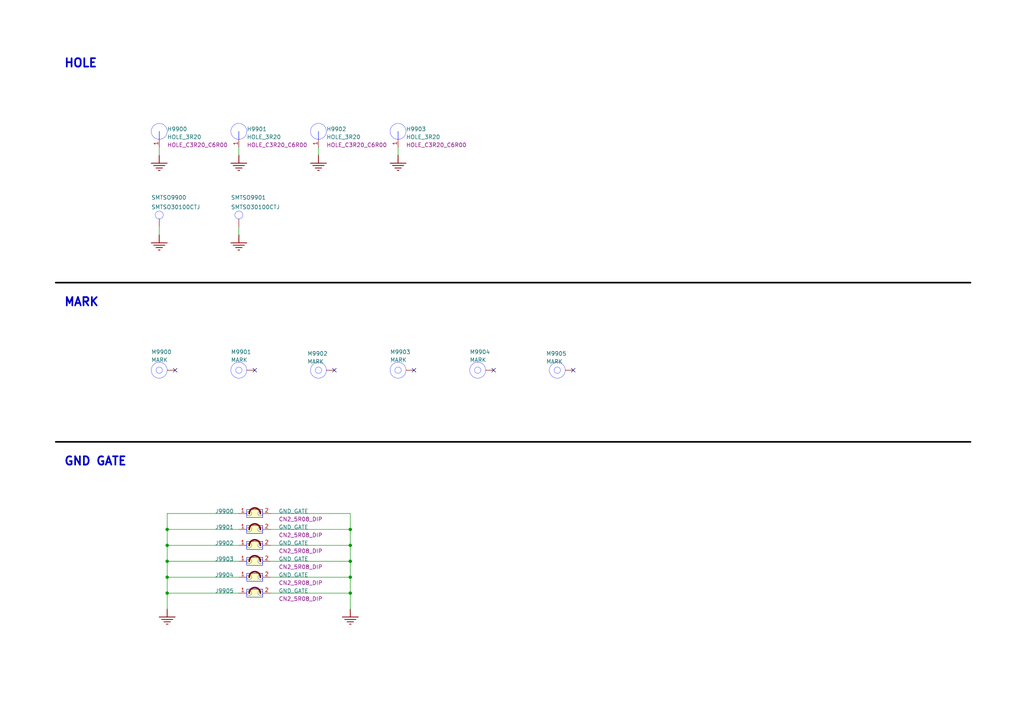
<source format=kicad_sch>
(kicad_sch (version 20250114) (generator "eeschema") (generator_version "9.0")
  (paper "User" 326.7 231)
  (lib_symbols
    (symbol "*:root_0_GND_GATE_*" (pin_names (hide yes))
      (symbol "root_0_GND_GATE_*_1_0"
        (circle (center 0.762 -2.54) (radius 0.762) (stroke (width 0.0254) (color 0 11 255 1)))
        (arc (start 0.762 -2.54) (mid 2.54 -0.762) (end 4.318 -2.54) (stroke (width 0.508)))
        (circle (center 4.318 -2.54) (radius 0.762) (stroke (width 0.0254) (color 0 11 255 1)))
        (rectangle (start 5.08 -1.27) (end 0 -3.81) (stroke (width 0) (color 0 11 255 1)) (fill (type background)))
        (pin passive line (at -2.54 -2.54 0) (length 2.54) (name "1") (number "1"))
        (pin passive line (at 7.62 -2.54 180) (length 2.54) (name "2") (number "2"))
      )
    )
    (symbol "*:root_0_Hole_*" (pin_names (hide yes))
      (symbol "root_0_Hole_*_1_0"
        (polyline (pts (xy 2.54 -2.54) (xy 2.54 -5.08)) (stroke (width 0) (color 0 11 255 1)))
        (circle (center 2.54 -2.54) (radius 2.54) (stroke (width 0.0254) (color 0 11 255 1)))
        (pin passive line (at 2.54 -7.62 90) (length 2.54) (name "1") (number "1"))
      )
    )
    (symbol "*:root_0_SMTSO_*" (pin_numbers (hide yes)) (pin_names (hide yes))
      (symbol "root_0_SMTSO_*_1_0"
        (circle (center 2.54 -1.27) (radius 1.27) (stroke (width 0.0254) (color 0 11 255 1)))
        (pin passive line (at 2.54 -5.08 90) (length 2.54) (name "1") (number "1"))
      )
    )
    (symbol "*:root_1_MARK_*" (pin_numbers (hide yes)) (pin_names (hide yes))
      (symbol "root_1_MARK_*_1_0"
        (circle (center 2.54 2.54) (radius 1.016) (stroke (width 0.0254) (color 0 11 255 1)))
        (circle (center 2.54 2.54) (radius 2.54) (stroke (width 0.0254) (color 0 11 255 1)))
        (pin passive line (at 7.62 2.54 180) (length 2.54) (name "1") (number "1"))
      )
    )
    (symbol "RV1106G_EVB1_V11_20220401LX-altium-import:GND_POWER_GROUND" (power)
      (property "Value" "GND" (at 0 -6.35 0))
      (symbol "GND_POWER_GROUND_0_0"
        (polyline (pts (xy -2.54 -2.54) (xy 2.54 -2.54)) (stroke (width 0.254)))
        (polyline (pts (xy -1.778 -3.302) (xy 1.778 -3.302)) (stroke (width 0.254)))
        (polyline (pts (xy -1.016 -4.064) (xy 1.016 -4.064)) (stroke (width 0.254)))
        (polyline (pts (xy -0.254 -4.826) (xy 0.254 -4.826)) (stroke (width 0.254)))
        (polyline (pts (xy 0 0) (xy 0 -2.54)) (stroke (width 0.254)))
        (pin power_in line (at 0 0 0) (length 0) (hide yes) (name "GND") (number ""))
      )
    )
  )
  (text "GND GATE" (at 20.32 148.844 0) (effects (font (size 2.667 2.667) (thickness 0.5334) (bold yes)) (justify left bottom)))
  (text "HOLE" (at 20.32 21.844 0) (effects (font (size 2.667 2.667) (thickness 0.5334) (bold yes)) (justify left bottom)))
  (text "MARK" (at 20.32 98.044 0) (effects (font (size 2.667 2.667) (thickness 0.5334) (bold yes)) (justify left bottom)))
  (junction (at 111.76 184.15))
  (junction (at 53.34 179.07))
  (junction (at 53.34 184.15))
  (junction (at 111.76 189.23))
  (junction (at 53.34 173.99))
  (junction (at 111.76 179.07))
  (junction (at 53.34 168.91))
  (junction (at 111.76 168.91))
  (junction (at 111.76 173.99))
  (junction (at 53.34 189.23))
  (no_connect (at 132.08 118.11))
  (no_connect (at 106.68 118.11))
  (no_connect (at 81.28 118.11))
  (no_connect (at 55.88 118.11))
  (no_connect (at 182.88 118.11))
  (no_connect (at 157.48 118.11))
  (wire (pts (xy 53.34 173.99) (xy 53.34 179.07)))
  (wire (pts (xy 127 49.53) (xy 127 46.99)))
  (wire (pts (xy 53.34 168.91) (xy 53.34 173.99)))
  (wire (pts (xy 76.2 163.83) (xy 53.34 163.83)))
  (wire (pts (xy 86.36 184.15) (xy 111.76 184.15)))
  (wire (pts (xy 111.76 173.99) (xy 111.76 168.91)))
  (wire (pts (xy 53.34 163.83) (xy 53.34 168.91)))
  (polyline (pts (xy 17.78 140.97) (xy 309.626 140.97)) (stroke (width 0.508) (type solid) (color 0 0 0 1)))
  (wire (pts (xy 86.36 179.07) (xy 111.76 179.07)))
  (wire (pts (xy 111.76 189.23) (xy 86.36 189.23)))
  (wire (pts (xy 76.2 189.23) (xy 53.34 189.23)))
  (wire (pts (xy 53.34 194.31) (xy 53.34 189.23)))
  (wire (pts (xy 111.76 179.07) (xy 111.76 173.99)))
  (wire (pts (xy 111.76 163.83) (xy 86.36 163.83)))
  (wire (pts (xy 53.34 189.23) (xy 53.34 184.15)))
  (wire (pts (xy 50.8 74.93) (xy 50.8 72.39)))
  (wire (pts (xy 111.76 184.15) (xy 111.76 189.23)))
  (polyline (pts (xy 17.78 90.17) (xy 309.626 90.17)) (stroke (width 0.508) (type solid) (color 0 0 0 1)))
  (wire (pts (xy 53.34 184.15) (xy 53.34 179.07)))
  (wire (pts (xy 86.36 168.91) (xy 111.76 168.91)))
  (wire (pts (xy 53.34 179.07) (xy 76.2 179.07)))
  (wire (pts (xy 111.76 168.91) (xy 111.76 163.83)))
  (wire (pts (xy 76.2 49.53) (xy 76.2 46.99)))
  (wire (pts (xy 50.8 49.53) (xy 50.8 46.99)))
  (wire (pts (xy 76.2 168.91) (xy 53.34 168.91)))
  (wire (pts (xy 101.6 49.53) (xy 101.6 46.99)))
  (wire (pts (xy 111.76 173.99) (xy 86.36 173.99)))
  (wire (pts (xy 111.76 184.15) (xy 111.76 179.07)))
  (wire (pts (xy 76.2 184.15) (xy 53.34 184.15)))
  (wire (pts (xy 76.2 173.99) (xy 53.34 173.99)))
  (wire (pts (xy 76.2 74.93) (xy 76.2 72.39)))
  (wire (pts (xy 111.76 194.31) (xy 111.76 189.23)))
  (symbol (lib_id "*:root_0_Hole_*") (at 73.66 39.37 0) (unit 1)
    (property "Reference" "H9901" (at 78.74 41.91 0) (effects (justify left bottom)))
    (property "Value" "HOLE_3R20" (at 78.74 44.45 0) (effects (justify left bottom)))
    (property "Footprint" "H3.8MM" (effects (hide yes)))
    (property "Description" "直径3.2mm螺丝孔,无铜柱" (effects (hide yes)))
    (property "PCB FOOTPRINT" "HOLE_C3R20_C6R00" (at 78.74 46.99 0) (effects (justify left bottom)))
    (property "RK PN" "HOLE_3R20" (effects (hide yes)))
    (property "PRIORITY" "A" (effects (hide yes)))
    (property "PART TYPE" "HOLE" (effects (hide yes)))
    (property "CREATED BY" "YWQ" (effects (hide yes)))
  )
  (symbol (lib_id "RV1106G_EVB1_V11_20220401LX-altium-import:GND_POWER_GROUND") (at 76.2 74.93 0) (unit 1)
    (property "Reference" "#PWR?" (effects (hide yes)))
    (property "Value" "GND" (effects (hide yes)))
  )
  (symbol (lib_id "*:root_1_MARK_*") (at 73.66 120.65 0) (unit 1)
    (property "Reference" "M9901" (at 73.66 113.03 0) (effects (justify left bottom)))
    (property "Value" "MARK" (at 73.66 115.57 0) (effects (justify left bottom)))
    (property "Footprint" "MARK" (effects (hide yes)))
    (property "Description" "MARK Symble" (effects (hide yes)))
    (property "PCB FOOTPRINT" "MARK" (effects (hide yes)))
    (property "RK PN" "MARK01" (effects (hide yes)))
    (property "PRIORITY" "A" (effects (hide yes)))
    (property "PART TYPE" "MARK" (effects (hide yes)))
    (property "CREATED BY" "JJJ" (effects (hide yes)))
  )
  (symbol (lib_id "*:root_0_SMTSO_*") (at 48.26 67.31 0) (unit 1)
    (property "Reference" "SMTSO9900" (at 48.26 63.754 0) (effects (justify left bottom)))
    (property "Value" "SMTSO30100CTJ" (at 48.26 66.802 0) (effects (justify left bottom)))
    (property "Footprint" "TEST" (effects (hide yes)))
    (property "Description" "焊接螺母M3,高度10mm；" (effects (hide yes)))
    (property "PCB FOOTPRINT" "SMTSO_M3_C4R1_C6R0_L10R0" (effects (hide yes)))
    (property "RK PN" "SMTSO30100CTJ" (effects (hide yes)))
    (property "PRIORITY" "A" (effects (hide yes)))
    (property "PART TYPE" "SMTSO" (effects (hide yes)))
    (property "CREATED BY" "JJJ" (effects (hide yes)))
  )
  (symbol (lib_id "*:root_0_GND_GATE_*") (at 78.74 181.61 0) (unit 1)
    (property "Reference" "J9904" (at 68.58 184.15 0) (effects (justify left bottom)))
    (property "Value" "GND_GATE" (at 88.9 184.15 0) (effects (justify left bottom)))
    (property "Footprint" "2PIN-2.54" (effects (hide yes)))
    (property "Description" "地门，2PIN（间距5.08mm）插件门型针" (effects (hide yes)))
    (property "PCB FOOTPRINT" "CN2_5R08_DIP" (at 88.9 186.69 0) (effects (justify left bottom)))
    (property "RK PN" "EM-003255" (effects (hide yes)))
    (property "PRIORITY" "A" (effects (hide yes)))
    (property "PART TYPE" "GND_GATE" (effects (hide yes)))
    (property "MANUFACTURER" "旺科达" (effects (hide yes)))
    (property "MANUFACTURER PART NUMBER" "EM-003255" (effects (hide yes)))
    (property "CREATED BY" "JJJ" (effects (hide yes)))
  )
  (symbol (lib_id "*:root_0_Hole_*") (at 48.26 39.37 0) (unit 1)
    (property "Reference" "H9900" (at 53.34 41.91 0) (effects (justify left bottom)))
    (property "Value" "HOLE_3R20" (at 53.34 44.45 0) (effects (justify left bottom)))
    (property "Footprint" "H3.8MM" (effects (hide yes)))
    (property "Description" "直径3.2mm螺丝孔,无铜柱" (effects (hide yes)))
    (property "PCB FOOTPRINT" "HOLE_C3R20_C6R00" (at 53.34 46.99 0) (effects (justify left bottom)))
    (property "CREATED BY" "YWQ" (effects (hide yes)))
    (property "PART TYPE" "HOLE" (effects (hide yes)))
    (property "PRIORITY" "A" (effects (hide yes)))
    (property "RK PN" "HOLE_3R20" (effects (hide yes)))
  )
  (symbol (lib_id "*:root_0_GND_GATE_*") (at 78.74 176.53 0) (unit 1)
    (property "Reference" "J9903" (at 68.58 179.07 0) (effects (justify left bottom)))
    (property "Value" "GND_GATE" (at 88.9 179.07 0) (effects (justify left bottom)))
    (property "Footprint" "2PIN-2.54" (effects (hide yes)))
    (property "Description" "地门，2PIN（间距5.08mm）插件门型针" (effects (hide yes)))
    (property "PCB FOOTPRINT" "CN2_5R08_DIP" (at 88.9 181.61 0) (effects (justify left bottom)))
    (property "RK PN" "EM-003255" (effects (hide yes)))
    (property "PRIORITY" "A" (effects (hide yes)))
    (property "PART TYPE" "GND_GATE" (effects (hide yes)))
    (property "MANUFACTURER" "旺科达" (effects (hide yes)))
    (property "MANUFACTURER PART NUMBER" "EM-003255" (effects (hide yes)))
    (property "CREATED BY" "JJJ" (effects (hide yes)))
  )
  (symbol (lib_id "RV1106G_EVB1_V11_20220401LX-altium-import:GND_POWER_GROUND") (at 53.34 194.31 0) (unit 1)
    (property "Reference" "#PWR?" (effects (hide yes)))
    (property "Value" "GND" (effects (hide yes)))
  )
  (symbol (lib_id "*:root_1_MARK_*") (at 99.06 120.65 0) (unit 1)
    (property "Reference" "M9902" (at 98.044 113.538 0) (effects (justify left bottom)))
    (property "Value" "MARK" (at 98.044 116.078 0) (effects (justify left bottom)))
    (property "Footprint" "MARK" (effects (hide yes)))
    (property "Description" "MARK Symble" (effects (hide yes)))
    (property "PCB FOOTPRINT" "MARK" (effects (hide yes)))
    (property "RK PN" "MARK01" (effects (hide yes)))
    (property "PRIORITY" "A" (effects (hide yes)))
    (property "PART TYPE" "MARK" (effects (hide yes)))
    (property "CREATED BY" "JJJ" (effects (hide yes)))
  )
  (symbol (lib_id "RV1106G_EVB1_V11_20220401LX-altium-import:GND_POWER_GROUND") (at 50.8 74.93 0) (unit 1)
    (property "Reference" "#PWR?" (effects (hide yes)))
    (property "Value" "GND" (effects (hide yes)))
  )
  (symbol (lib_id "RV1106G_EVB1_V11_20220401LX-altium-import:GND_POWER_GROUND") (at 127 49.53 0) (unit 1)
    (property "Reference" "#PWR?" (effects (hide yes)))
    (property "Value" "GND" (effects (hide yes)))
  )
  (symbol (lib_id "*:root_1_MARK_*") (at 175.26 120.65 0) (unit 1)
    (property "Reference" "M9905" (at 174.244 113.538 0) (effects (justify left bottom)))
    (property "Value" "MARK" (at 174.244 116.078 0) (effects (justify left bottom)))
    (property "Footprint" "MARK" (effects (hide yes)))
    (property "Description" "MARK Symble" (effects (hide yes)))
    (property "PCB FOOTPRINT" "MARK" (effects (hide yes)))
    (property "RK PN" "MARK01" (effects (hide yes)))
    (property "PRIORITY" "A" (effects (hide yes)))
    (property "PART TYPE" "MARK" (effects (hide yes)))
    (property "CREATED BY" "JJJ" (effects (hide yes)))
  )
  (symbol (lib_id "*:root_0_SMTSO_*") (at 73.66 67.31 0) (unit 1)
    (property "Reference" "SMTSO9901" (at 73.66 63.754 0) (effects (justify left bottom)))
    (property "Value" "SMTSO30100CTJ" (at 73.66 66.802 0) (effects (justify left bottom)))
    (property "Footprint" "TEST" (effects (hide yes)))
    (property "Description" "焊接螺母M3,高度10mm；" (effects (hide yes)))
    (property "PCB FOOTPRINT" "SMTSO_M3_C4R1_C6R0_L10R0" (effects (hide yes)))
    (property "CREATED BY" "JJJ" (effects (hide yes)))
    (property "PART TYPE" "SMTSO" (effects (hide yes)))
    (property "PRIORITY" "A" (effects (hide yes)))
    (property "RK PN" "SMTSO30100CTJ" (effects (hide yes)))
  )
  (symbol (lib_id "*:root_0_Hole_*") (at 99.06 39.37 0) (unit 1)
    (property "Reference" "H9902" (at 104.14 41.91 0) (effects (justify left bottom)))
    (property "Value" "HOLE_3R20" (at 104.14 44.45 0) (effects (justify left bottom)))
    (property "Footprint" "H3.8MM" (effects (hide yes)))
    (property "Description" "直径3.2mm螺丝孔,无铜柱" (effects (hide yes)))
    (property "PCB FOOTPRINT" "HOLE_C3R20_C6R00" (at 104.14 46.99 0) (effects (justify left bottom)))
    (property "CREATED BY" "YWQ" (effects (hide yes)))
    (property "PART TYPE" "HOLE" (effects (hide yes)))
    (property "PRIORITY" "A" (effects (hide yes)))
    (property "RK PN" "HOLE_3R20" (effects (hide yes)))
  )
  (symbol (lib_id "RV1106G_EVB1_V11_20220401LX-altium-import:GND_POWER_GROUND") (at 101.6 49.53 0) (unit 1)
    (property "Reference" "#PWR?" (effects (hide yes)))
    (property "Value" "GND" (effects (hide yes)))
  )
  (symbol (lib_id "*:root_0_Hole_*") (at 124.46 39.37 0) (unit 1)
    (property "Reference" "H9903" (at 129.54 41.91 0) (effects (justify left bottom)))
    (property "Value" "HOLE_3R20" (at 129.54 44.45 0) (effects (justify left bottom)))
    (property "Footprint" "H3.8MM" (effects (hide yes)))
    (property "Description" "直径3.2mm螺丝孔,无铜柱" (effects (hide yes)))
    (property "PCB FOOTPRINT" "HOLE_C3R20_C6R00" (at 129.54 46.99 0) (effects (justify left bottom)))
    (property "RK PN" "HOLE_3R20" (effects (hide yes)))
    (property "PRIORITY" "A" (effects (hide yes)))
    (property "PART TYPE" "HOLE" (effects (hide yes)))
    (property "CREATED BY" "YWQ" (effects (hide yes)))
  )
  (symbol (lib_id "*:root_0_GND_GATE_*") (at 78.74 166.37 0) (unit 1)
    (property "Reference" "J9901" (at 68.58 168.91 0) (effects (justify left bottom)))
    (property "Value" "GND_GATE" (at 88.9 168.91 0) (effects (justify left bottom)))
    (property "Footprint" "2PIN-2.54" (effects (hide yes)))
    (property "Description" "地门，2PIN（间距5.08mm）插件门型针" (effects (hide yes)))
    (property "PCB FOOTPRINT" "CN2_5R08_DIP" (at 88.9 171.45 0) (effects (justify left bottom)))
    (property "CREATED BY" "JJJ" (effects (hide yes)))
    (property "MANUFACTURER PART NUMBER" "EM-003255" (effects (hide yes)))
    (property "MANUFACTURER" "旺科达" (effects (hide yes)))
    (property "PART TYPE" "GND_GATE" (effects (hide yes)))
    (property "PRIORITY" "A" (effects (hide yes)))
    (property "RK PN" "EM-003255" (effects (hide yes)))
  )
  (symbol (lib_id "*:root_1_MARK_*") (at 124.46 120.65 0) (unit 1)
    (property "Reference" "M9903" (at 124.46 113.03 0) (effects (justify left bottom)))
    (property "Value" "MARK" (at 124.46 115.57 0) (effects (justify left bottom)))
    (property "Footprint" "MARK" (effects (hide yes)))
    (property "Description" "MARK Symble" (effects (hide yes)))
    (property "PCB FOOTPRINT" "MARK" (effects (hide yes)))
    (property "CREATED BY" "JJJ" (effects (hide yes)))
    (property "PART TYPE" "MARK" (effects (hide yes)))
    (property "PRIORITY" "A" (effects (hide yes)))
    (property "RK PN" "MARK01" (effects (hide yes)))
  )
  (symbol (lib_id "RV1106G_EVB1_V11_20220401LX-altium-import:GND_POWER_GROUND") (at 50.8 49.53 0) (unit 1)
    (property "Reference" "#PWR?" (effects (hide yes)))
    (property "Value" "GND" (effects (hide yes)))
  )
  (symbol (lib_id "*:root_0_GND_GATE_*") (at 78.74 161.29 0) (unit 1)
    (property "Reference" "J9900" (at 68.58 163.83 0) (effects (justify left bottom)))
    (property "Value" "GND_GATE" (at 88.9 163.83 0) (effects (justify left bottom)))
    (property "Footprint" "2PIN-2.54" (effects (hide yes)))
    (property "Description" "地门，2PIN（间距5.08mm）插件门型针" (effects (hide yes)))
    (property "PCB FOOTPRINT" "CN2_5R08_DIP" (at 88.9 166.37 0) (effects (justify left bottom)))
    (property "CREATED BY" "JJJ" (effects (hide yes)))
    (property "MANUFACTURER PART NUMBER" "EM-003255" (effects (hide yes)))
    (property "MANUFACTURER" "旺科达" (effects (hide yes)))
    (property "PART TYPE" "GND_GATE" (effects (hide yes)))
    (property "PRIORITY" "A" (effects (hide yes)))
    (property "RK PN" "EM-003255" (effects (hide yes)))
  )
  (symbol (lib_id "*:root_0_GND_GATE_*") (at 78.74 186.69 0) (unit 1)
    (property "Reference" "J9905" (at 68.58 189.23 0) (effects (justify left bottom)))
    (property "Value" "GND_GATE" (at 88.9 189.23 0) (effects (justify left bottom)))
    (property "Footprint" "2PIN-2.54" (effects (hide yes)))
    (property "Description" "地门，2PIN（间距5.08mm）插件门型针" (effects (hide yes)))
    (property "PCB FOOTPRINT" "CN2_5R08_DIP" (at 88.9 191.77 0) (effects (justify left bottom)))
    (property "RK PN" "EM-003255" (effects (hide yes)))
    (property "PRIORITY" "A" (effects (hide yes)))
    (property "PART TYPE" "GND_GATE" (effects (hide yes)))
    (property "MANUFACTURER" "旺科达" (effects (hide yes)))
    (property "MANUFACTURER PART NUMBER" "EM-003255" (effects (hide yes)))
    (property "CREATED BY" "JJJ" (effects (hide yes)))
  )
  (symbol (lib_id "RV1106G_EVB1_V11_20220401LX-altium-import:GND_POWER_GROUND") (at 111.76 194.31 0) (unit 1)
    (property "Reference" "#PWR?" (effects (hide yes)))
    (property "Value" "GND" (effects (hide yes)))
  )
  (symbol (lib_id "RV1106G_EVB1_V11_20220401LX-altium-import:GND_POWER_GROUND") (at 76.2 49.53 0) (unit 1)
    (property "Reference" "#PWR?" (effects (hide yes)))
    (property "Value" "GND" (effects (hide yes)))
  )
  (symbol (lib_id "*:root_1_MARK_*") (at 149.86 120.65 0) (unit 1)
    (property "Reference" "M9904" (at 149.86 113.03 0) (effects (justify left bottom)))
    (property "Value" "MARK" (at 149.86 115.57 0) (effects (justify left bottom)))
    (property "Footprint" "MARK" (effects (hide yes)))
    (property "Description" "MARK Symble" (effects (hide yes)))
    (property "PCB FOOTPRINT" "MARK" (effects (hide yes)))
    (property "CREATED BY" "JJJ" (effects (hide yes)))
    (property "PART TYPE" "MARK" (effects (hide yes)))
    (property "PRIORITY" "A" (effects (hide yes)))
    (property "RK PN" "MARK01" (effects (hide yes)))
  )
  (symbol (lib_id "*:root_0_GND_GATE_*") (at 78.74 171.45 0) (unit 1)
    (property "Reference" "J9902" (at 68.58 173.99 0) (effects (justify left bottom)))
    (property "Value" "GND_GATE" (at 88.9 173.99 0) (effects (justify left bottom)))
    (property "Footprint" "2PIN-2.54" (effects (hide yes)))
    (property "Description" "地门，2PIN（间距5.08mm）插件门型针" (effects (hide yes)))
    (property "PCB FOOTPRINT" "CN2_5R08_DIP" (at 88.9 176.53 0) (effects (justify left bottom)))
    (property "RK PN" "EM-003255" (effects (hide yes)))
    (property "PRIORITY" "A" (effects (hide yes)))
    (property "PART TYPE" "GND_GATE" (effects (hide yes)))
    (property "MANUFACTURER" "旺科达" (effects (hide yes)))
    (property "MANUFACTURER PART NUMBER" "EM-003255" (effects (hide yes)))
    (property "CREATED BY" "JJJ" (effects (hide yes)))
  )
  (symbol (lib_id "*:root_1_MARK_*") (at 48.26 120.65 0) (unit 1)
    (property "Reference" "M9900" (at 48.26 113.03 0) (effects (justify left bottom)))
    (property "Value" "MARK" (at 48.26 115.57 0) (effects (justify left bottom)))
    (property "Footprint" "MARK" (effects (hide yes)))
    (property "Description" "MARK Symble" (effects (hide yes)))
    (property "PCB FOOTPRINT" "MARK" (effects (hide yes)))
    (property "RK PN" "MARK01" (effects (hide yes)))
    (property "PRIORITY" "A" (effects (hide yes)))
    (property "PART TYPE" "MARK" (effects (hide yes)))
    (property "CREATED BY" "JJJ" (effects (hide yes)))
  )
)
</source>
